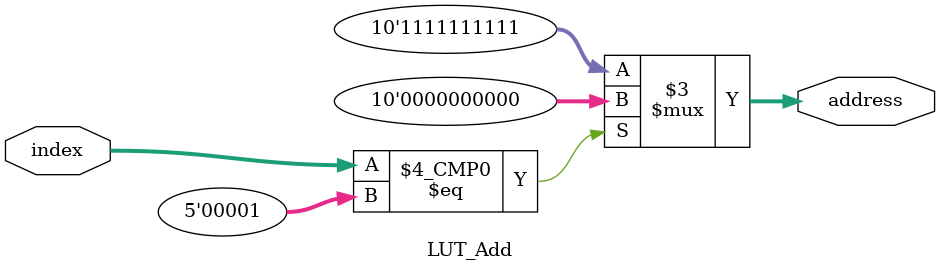
<source format=sv>
module LUT_Add (
	input        [4:0] index,
	output logic [9:0] address
	);

always_comb 
	case (index)
		5'd01:   address = 10'd0000; 
		// more addresses to go here
		default: address = 10'd1023; // error: tried to look up a nonexistent index
	endcase

endmodule
</source>
